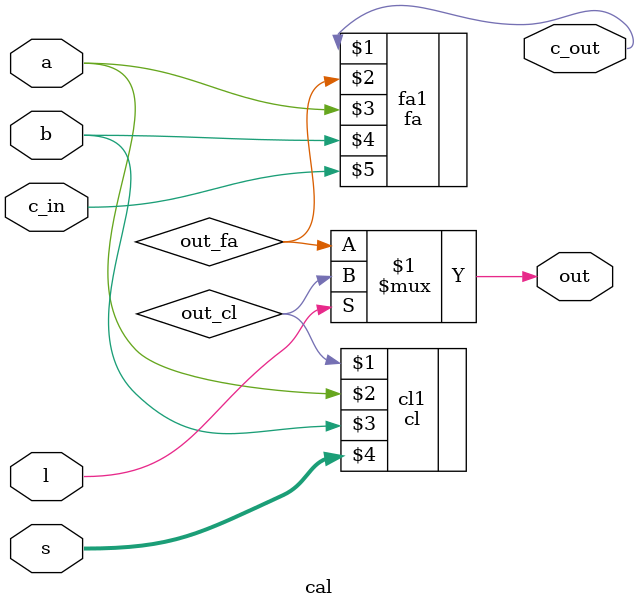
<source format=v>

module cal (output wire out, c_out, input wire a, b, l, c_in, input wire [1:0] s);

	wire out_fa, out_cl;		//out_fa salida del fa, out_cl salida de la cl(celda logica)

	fa fa1 (c_out, out_fa, a, b, c_in);
	cl cl1 (out_cl, a, b, s);
	
	assign out = l ? out_cl : out_fa;

endmodule
</source>
